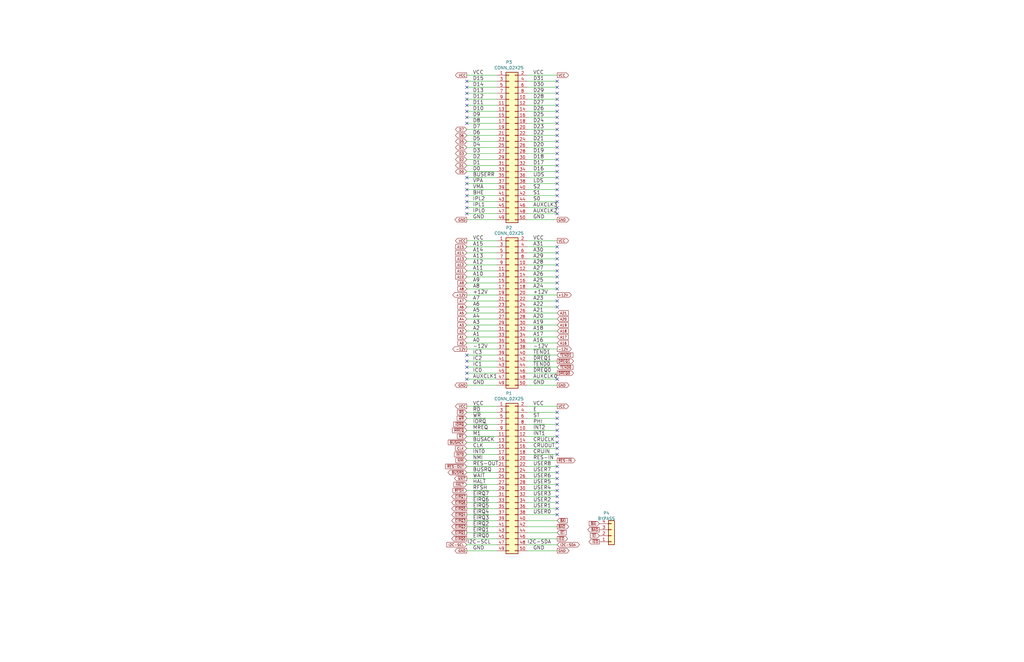
<source format=kicad_sch>
(kicad_sch (version 20211123) (generator eeschema)
  (paper "B")
  (lib_symbols
    (symbol "Connector_Generic:Conn_01x04" (pin_names (offset 1.016) hide)
      (property "Reference" "J" (at 0 5.08 0))
      (property "Value" "Conn_01x04" (at 0 -7.62 0))
      (symbol "Conn_01x04_1_1"
        (rectangle (start -1.27 -4.953) (end 0 -5.207) (stroke (width 0.1524)))
        (rectangle (start -1.27 -2.413) (end 0 -2.667) (stroke (width 0.1524)))
        (rectangle (start -1.27 0.127) (end 0 -0.127) (stroke (width 0.1524)))
        (rectangle (start -1.27 2.667) (end 0 2.413) (stroke (width 0.1524)))
        (rectangle (start -1.27 3.81) (end 1.27 -6.35) (stroke (width 0.254)) (fill (type background)))
        (pin passive line (at -5.08 2.54 0) (length 3.81) (name "Pin_1") (number "1"))
        (pin passive line (at -5.08 0 0) (length 3.81) (name "Pin_2") (number "2"))
        (pin passive line (at -5.08 -2.54 0) (length 3.81) (name "Pin_3") (number "3"))
        (pin passive line (at -5.08 -5.08 0) (length 3.81) (name "Pin_4") (number "4"))
      )
    )
    (symbol "Connector_Generic:Conn_02x25_Odd_Even" (pin_names (offset 1.016) hide)
      (property "Reference" "J" (at 1.27 33.02 0))
      (property "Value" "Conn_02x25_Odd_Even" (at 1.27 -33.02 0))
      (symbol "Conn_02x25_Odd_Even_1_1"
        (rectangle (start -1.27 -30.353) (end 0 -30.607) (stroke (width 0.1524)))
        (rectangle (start -1.27 -27.813) (end 0 -28.067) (stroke (width 0.1524)))
        (rectangle (start -1.27 -25.273) (end 0 -25.527) (stroke (width 0.1524)))
        (rectangle (start -1.27 -22.733) (end 0 -22.987) (stroke (width 0.1524)))
        (rectangle (start -1.27 -20.193) (end 0 -20.447) (stroke (width 0.1524)))
        (rectangle (start -1.27 -17.653) (end 0 -17.907) (stroke (width 0.1524)))
        (rectangle (start -1.27 -15.113) (end 0 -15.367) (stroke (width 0.1524)))
        (rectangle (start -1.27 -12.573) (end 0 -12.827) (stroke (width 0.1524)))
        (rectangle (start -1.27 -10.033) (end 0 -10.287) (stroke (width 0.1524)))
        (rectangle (start -1.27 -7.493) (end 0 -7.747) (stroke (width 0.1524)))
        (rectangle (start -1.27 -4.953) (end 0 -5.207) (stroke (width 0.1524)))
        (rectangle (start -1.27 -2.413) (end 0 -2.667) (stroke (width 0.1524)))
        (rectangle (start -1.27 0.127) (end 0 -0.127) (stroke (width 0.1524)))
        (rectangle (start -1.27 2.667) (end 0 2.413) (stroke (width 0.1524)))
        (rectangle (start -1.27 5.207) (end 0 4.953) (stroke (width 0.1524)))
        (rectangle (start -1.27 7.747) (end 0 7.493) (stroke (width 0.1524)))
        (rectangle (start -1.27 10.287) (end 0 10.033) (stroke (width 0.1524)))
        (rectangle (start -1.27 12.827) (end 0 12.573) (stroke (width 0.1524)))
        (rectangle (start -1.27 15.367) (end 0 15.113) (stroke (width 0.1524)))
        (rectangle (start -1.27 17.907) (end 0 17.653) (stroke (width 0.1524)))
        (rectangle (start -1.27 20.447) (end 0 20.193) (stroke (width 0.1524)))
        (rectangle (start -1.27 22.987) (end 0 22.733) (stroke (width 0.1524)))
        (rectangle (start -1.27 25.527) (end 0 25.273) (stroke (width 0.1524)))
        (rectangle (start -1.27 28.067) (end 0 27.813) (stroke (width 0.1524)))
        (rectangle (start -1.27 30.607) (end 0 30.353) (stroke (width 0.1524)))
        (rectangle (start -1.27 31.75) (end 3.81 -31.75) (stroke (width 0.254)) (fill (type background)))
        (rectangle (start 3.81 -30.353) (end 2.54 -30.607) (stroke (width 0.1524)))
        (rectangle (start 3.81 -27.813) (end 2.54 -28.067) (stroke (width 0.1524)))
        (rectangle (start 3.81 -25.273) (end 2.54 -25.527) (stroke (width 0.1524)))
        (rectangle (start 3.81 -22.733) (end 2.54 -22.987) (stroke (width 0.1524)))
        (rectangle (start 3.81 -20.193) (end 2.54 -20.447) (stroke (width 0.1524)))
        (rectangle (start 3.81 -17.653) (end 2.54 -17.907) (stroke (width 0.1524)))
        (rectangle (start 3.81 -15.113) (end 2.54 -15.367) (stroke (width 0.1524)))
        (rectangle (start 3.81 -12.573) (end 2.54 -12.827) (stroke (width 0.1524)))
        (rectangle (start 3.81 -10.033) (end 2.54 -10.287) (stroke (width 0.1524)))
        (rectangle (start 3.81 -7.493) (end 2.54 -7.747) (stroke (width 0.1524)))
        (rectangle (start 3.81 -4.953) (end 2.54 -5.207) (stroke (width 0.1524)))
        (rectangle (start 3.81 -2.413) (end 2.54 -2.667) (stroke (width 0.1524)))
        (rectangle (start 3.81 0.127) (end 2.54 -0.127) (stroke (width 0.1524)))
        (rectangle (start 3.81 2.667) (end 2.54 2.413) (stroke (width 0.1524)))
        (rectangle (start 3.81 5.207) (end 2.54 4.953) (stroke (width 0.1524)))
        (rectangle (start 3.81 7.747) (end 2.54 7.493) (stroke (width 0.1524)))
        (rectangle (start 3.81 10.287) (end 2.54 10.033) (stroke (width 0.1524)))
        (rectangle (start 3.81 12.827) (end 2.54 12.573) (stroke (width 0.1524)))
        (rectangle (start 3.81 15.367) (end 2.54 15.113) (stroke (width 0.1524)))
        (rectangle (start 3.81 17.907) (end 2.54 17.653) (stroke (width 0.1524)))
        (rectangle (start 3.81 20.447) (end 2.54 20.193) (stroke (width 0.1524)))
        (rectangle (start 3.81 22.987) (end 2.54 22.733) (stroke (width 0.1524)))
        (rectangle (start 3.81 25.527) (end 2.54 25.273) (stroke (width 0.1524)))
        (rectangle (start 3.81 28.067) (end 2.54 27.813) (stroke (width 0.1524)))
        (rectangle (start 3.81 30.607) (end 2.54 30.353) (stroke (width 0.1524)))
        (pin passive line (at -5.08 30.48 0) (length 3.81) (name "Pin_1") (number "1"))
        (pin passive line (at 7.62 20.32 180) (length 3.81) (name "Pin_10") (number "10"))
        (pin passive line (at -5.08 17.78 0) (length 3.81) (name "Pin_11") (number "11"))
        (pin passive line (at 7.62 17.78 180) (length 3.81) (name "Pin_12") (number "12"))
        (pin passive line (at -5.08 15.24 0) (length 3.81) (name "Pin_13") (number "13"))
        (pin passive line (at 7.62 15.24 180) (length 3.81) (name "Pin_14") (number "14"))
        (pin passive line (at -5.08 12.7 0) (length 3.81) (name "Pin_15") (number "15"))
        (pin passive line (at 7.62 12.7 180) (length 3.81) (name "Pin_16") (number "16"))
        (pin passive line (at -5.08 10.16 0) (length 3.81) (name "Pin_17") (number "17"))
        (pin passive line (at 7.62 10.16 180) (length 3.81) (name "Pin_18") (number "18"))
        (pin passive line (at -5.08 7.62 0) (length 3.81) (name "Pin_19") (number "19"))
        (pin passive line (at 7.62 30.48 180) (length 3.81) (name "Pin_2") (number "2"))
        (pin passive line (at 7.62 7.62 180) (length 3.81) (name "Pin_20") (number "20"))
        (pin passive line (at -5.08 5.08 0) (length 3.81) (name "Pin_21") (number "21"))
        (pin passive line (at 7.62 5.08 180) (length 3.81) (name "Pin_22") (number "22"))
        (pin passive line (at -5.08 2.54 0) (length 3.81) (name "Pin_23") (number "23"))
        (pin passive line (at 7.62 2.54 180) (length 3.81) (name "Pin_24") (number "24"))
        (pin passive line (at -5.08 0 0) (length 3.81) (name "Pin_25") (number "25"))
        (pin passive line (at 7.62 0 180) (length 3.81) (name "Pin_26") (number "26"))
        (pin passive line (at -5.08 -2.54 0) (length 3.81) (name "Pin_27") (number "27"))
        (pin passive line (at 7.62 -2.54 180) (length 3.81) (name "Pin_28") (number "28"))
        (pin passive line (at -5.08 -5.08 0) (length 3.81) (name "Pin_29") (number "29"))
        (pin passive line (at -5.08 27.94 0) (length 3.81) (name "Pin_3") (number "3"))
        (pin passive line (at 7.62 -5.08 180) (length 3.81) (name "Pin_30") (number "30"))
        (pin passive line (at -5.08 -7.62 0) (length 3.81) (name "Pin_31") (number "31"))
        (pin passive line (at 7.62 -7.62 180) (length 3.81) (name "Pin_32") (number "32"))
        (pin passive line (at -5.08 -10.16 0) (length 3.81) (name "Pin_33") (number "33"))
        (pin passive line (at 7.62 -10.16 180) (length 3.81) (name "Pin_34") (number "34"))
        (pin passive line (at -5.08 -12.7 0) (length 3.81) (name "Pin_35") (number "35"))
        (pin passive line (at 7.62 -12.7 180) (length 3.81) (name "Pin_36") (number "36"))
        (pin passive line (at -5.08 -15.24 0) (length 3.81) (name "Pin_37") (number "37"))
        (pin passive line (at 7.62 -15.24 180) (length 3.81) (name "Pin_38") (number "38"))
        (pin passive line (at -5.08 -17.78 0) (length 3.81) (name "Pin_39") (number "39"))
        (pin passive line (at 7.62 27.94 180) (length 3.81) (name "Pin_4") (number "4"))
        (pin passive line (at 7.62 -17.78 180) (length 3.81) (name "Pin_40") (number "40"))
        (pin passive line (at -5.08 -20.32 0) (length 3.81) (name "Pin_41") (number "41"))
        (pin passive line (at 7.62 -20.32 180) (length 3.81) (name "Pin_42") (number "42"))
        (pin passive line (at -5.08 -22.86 0) (length 3.81) (name "Pin_43") (number "43"))
        (pin passive line (at 7.62 -22.86 180) (length 3.81) (name "Pin_44") (number "44"))
        (pin passive line (at -5.08 -25.4 0) (length 3.81) (name "Pin_45") (number "45"))
        (pin passive line (at 7.62 -25.4 180) (length 3.81) (name "Pin_46") (number "46"))
        (pin passive line (at -5.08 -27.94 0) (length 3.81) (name "Pin_47") (number "47"))
        (pin passive line (at 7.62 -27.94 180) (length 3.81) (name "Pin_48") (number "48"))
        (pin passive line (at -5.08 -30.48 0) (length 3.81) (name "Pin_49") (number "49"))
        (pin passive line (at -5.08 25.4 0) (length 3.81) (name "Pin_5") (number "5"))
        (pin passive line (at 7.62 -30.48 180) (length 3.81) (name "Pin_50") (number "50"))
        (pin passive line (at 7.62 25.4 180) (length 3.81) (name "Pin_6") (number "6"))
        (pin passive line (at -5.08 22.86 0) (length 3.81) (name "Pin_7") (number "7"))
        (pin passive line (at 7.62 22.86 180) (length 3.81) (name "Pin_8") (number "8"))
        (pin passive line (at -5.08 20.32 0) (length 3.81) (name "Pin_9") (number "9"))
      )
    )
  )
  (no_connect (at 234.95 34.29))
  (no_connect (at 196.85 157.48))
  (no_connect (at 234.95 217.17))
  (no_connect (at 234.95 212.09))
  (no_connect (at 234.95 116.84))
  (no_connect (at 234.95 127))
  (no_connect (at 196.85 41.91))
  (no_connect (at 196.85 85.09))
  (no_connect (at 234.95 199.39))
  (no_connect (at 234.95 184.15))
  (no_connect (at 234.95 41.91))
  (no_connect (at 196.85 149.86))
  (no_connect (at 234.95 90.17))
  (no_connect (at 234.95 64.77))
  (no_connect (at 234.95 85.09))
  (no_connect (at 196.85 36.83))
  (no_connect (at 234.95 36.83))
  (no_connect (at 196.85 52.07))
  (no_connect (at 234.95 69.85))
  (no_connect (at 234.95 77.47))
  (no_connect (at 234.95 196.85))
  (no_connect (at 196.85 152.4))
  (no_connect (at 234.95 181.61))
  (no_connect (at 234.95 39.37))
  (no_connect (at 234.95 204.47))
  (no_connect (at 234.95 214.63))
  (no_connect (at 234.95 106.68))
  (no_connect (at 234.95 186.69))
  (no_connect (at 234.95 129.54))
  (no_connect (at 196.85 34.29))
  (no_connect (at 196.85 49.53))
  (no_connect (at 234.95 201.93))
  (no_connect (at 234.95 104.14))
  (no_connect (at 234.95 173.99))
  (no_connect (at 234.95 191.77))
  (no_connect (at 234.95 189.23))
  (no_connect (at 234.95 59.69))
  (no_connect (at 234.95 80.01))
  (no_connect (at 234.95 74.93))
  (no_connect (at 234.95 209.55))
  (no_connect (at 234.95 52.07))
  (no_connect (at 196.85 77.47))
  (no_connect (at 234.95 62.23))
  (no_connect (at 196.85 82.55))
  (no_connect (at 234.95 109.22))
  (no_connect (at 234.95 121.92))
  (no_connect (at 196.85 90.17))
  (no_connect (at 234.95 44.45))
  (no_connect (at 234.95 111.76))
  (no_connect (at 234.95 54.61))
  (no_connect (at 234.95 46.99))
  (no_connect (at 234.95 49.53))
  (no_connect (at 234.95 72.39))
  (no_connect (at 234.95 207.01))
  (no_connect (at 234.95 176.53))
  (no_connect (at 196.85 154.94))
  (no_connect (at 234.95 87.63))
  (no_connect (at 196.85 74.93))
  (no_connect (at 234.95 179.07))
  (no_connect (at 234.95 119.38))
  (no_connect (at 234.95 67.31))
  (no_connect (at 234.95 114.3))
  (no_connect (at 196.85 87.63))
  (no_connect (at 196.85 46.99))
  (no_connect (at 234.95 82.55))
  (no_connect (at 196.85 39.37))
  (no_connect (at 196.85 160.02))
  (no_connect (at 234.95 57.15))
  (no_connect (at 196.85 80.01))
  (no_connect (at 234.95 160.02))
  (no_connect (at 196.85 44.45))
  (wire (pts (xy 222.25 34.29) (xy 234.95 34.29)))
  (wire (pts (xy 222.25 132.08) (xy 234.95 132.08)))
  (wire (pts (xy 222.25 152.4) (xy 234.95 152.4)))
  (wire (pts (xy 196.85 214.63) (xy 209.55 214.63)))
  (wire (pts (xy 196.85 147.32) (xy 209.55 147.32)))
  (wire (pts (xy 196.85 39.37) (xy 209.55 39.37)))
  (wire (pts (xy 196.85 114.3) (xy 209.55 114.3)))
  (wire (pts (xy 234.95 176.53) (xy 222.25 176.53)))
  (wire (pts (xy 196.85 109.22) (xy 209.55 109.22)))
  (wire (pts (xy 222.25 44.45) (xy 234.95 44.45)))
  (wire (pts (xy 196.85 104.14) (xy 209.55 104.14)))
  (wire (pts (xy 196.85 186.69) (xy 209.55 186.69)))
  (wire (pts (xy 222.25 101.6) (xy 234.95 101.6)))
  (wire (pts (xy 196.85 64.77) (xy 209.55 64.77)))
  (wire (pts (xy 196.85 224.79) (xy 209.55 224.79)))
  (wire (pts (xy 222.25 212.09) (xy 234.95 212.09)))
  (wire (pts (xy 222.25 72.39) (xy 234.95 72.39)))
  (wire (pts (xy 196.85 121.92) (xy 209.55 121.92)))
  (wire (pts (xy 222.25 142.24) (xy 234.95 142.24)))
  (wire (pts (xy 222.25 31.75) (xy 234.95 31.75)))
  (wire (pts (xy 234.95 219.71) (xy 222.25 219.71)))
  (wire (pts (xy 196.85 191.77) (xy 209.55 191.77)))
  (wire (pts (xy 222.25 207.01) (xy 234.95 207.01)))
  (wire (pts (xy 209.55 77.47) (xy 196.85 77.47)))
  (wire (pts (xy 222.25 39.37) (xy 234.95 39.37)))
  (wire (pts (xy 222.25 82.55) (xy 234.95 82.55)))
  (wire (pts (xy 222.25 147.32) (xy 234.95 147.32)))
  (wire (pts (xy 196.85 184.15) (xy 209.55 184.15)))
  (wire (pts (xy 196.85 134.62) (xy 209.55 134.62)))
  (wire (pts (xy 196.85 139.7) (xy 209.55 139.7)))
  (wire (pts (xy 222.25 217.17) (xy 234.95 217.17)))
  (wire (pts (xy 196.85 57.15) (xy 209.55 57.15)))
  (wire (pts (xy 222.25 194.31) (xy 234.95 194.31)))
  (wire (pts (xy 222.25 137.16) (xy 234.95 137.16)))
  (wire (pts (xy 196.85 176.53) (xy 209.55 176.53)))
  (wire (pts (xy 196.85 67.31) (xy 209.55 67.31)))
  (wire (pts (xy 222.25 36.83) (xy 234.95 36.83)))
  (wire (pts (xy 196.85 36.83) (xy 209.55 36.83)))
  (wire (pts (xy 222.25 52.07) (xy 234.95 52.07)))
  (wire (pts (xy 234.95 184.15) (xy 222.25 184.15)))
  (wire (pts (xy 196.85 171.45) (xy 209.55 171.45)))
  (wire (pts (xy 196.85 199.39) (xy 209.55 199.39)))
  (wire (pts (xy 196.85 196.85) (xy 209.55 196.85)))
  (wire (pts (xy 222.25 119.38) (xy 234.95 119.38)))
  (wire (pts (xy 196.85 137.16) (xy 209.55 137.16)))
  (wire (pts (xy 196.85 54.61) (xy 209.55 54.61)))
  (wire (pts (xy 234.95 224.79) (xy 222.25 224.79)))
  (wire (pts (xy 196.85 116.84) (xy 209.55 116.84)))
  (wire (pts (xy 222.25 160.02) (xy 234.95 160.02)))
  (wire (pts (xy 209.55 152.4) (xy 196.85 152.4)))
  (wire (pts (xy 222.25 67.31) (xy 234.95 67.31)))
  (wire (pts (xy 234.95 173.99) (xy 222.25 173.99)))
  (wire (pts (xy 209.55 229.87) (xy 196.85 229.87)))
  (wire (pts (xy 222.25 109.22) (xy 234.95 109.22)))
  (wire (pts (xy 196.85 209.55) (xy 209.55 209.55)))
  (wire (pts (xy 234.95 186.69) (xy 222.25 186.69)))
  (wire (pts (xy 222.25 157.48) (xy 234.95 157.48)))
  (wire (pts (xy 222.25 41.91) (xy 234.95 41.91)))
  (wire (pts (xy 196.85 62.23) (xy 209.55 62.23)))
  (wire (pts (xy 196.85 34.29) (xy 209.55 34.29)))
  (wire (pts (xy 222.25 59.69) (xy 234.95 59.69)))
  (wire (pts (xy 222.25 129.54) (xy 234.95 129.54)))
  (wire (pts (xy 196.85 101.6) (xy 209.55 101.6)))
  (wire (pts (xy 196.85 217.17) (xy 209.55 217.17)))
  (wire (pts (xy 222.25 127) (xy 234.95 127)))
  (wire (pts (xy 196.85 160.02) (xy 209.55 160.02)))
  (wire (pts (xy 196.85 119.38) (xy 209.55 119.38)))
  (wire (pts (xy 222.25 121.92) (xy 234.95 121.92)))
  (wire (pts (xy 222.25 134.62) (xy 234.95 134.62)))
  (wire (pts (xy 222.25 85.09) (xy 234.95 85.09)))
  (wire (pts (xy 234.95 181.61) (xy 222.25 181.61)))
  (wire (pts (xy 196.85 49.53) (xy 209.55 49.53)))
  (wire (pts (xy 222.25 90.17) (xy 234.95 90.17)))
  (wire (pts (xy 196.85 204.47) (xy 209.55 204.47)))
  (wire (pts (xy 222.25 92.71) (xy 234.95 92.71)))
  (wire (pts (xy 222.25 49.53) (xy 234.95 49.53)))
  (wire (pts (xy 196.85 207.01) (xy 209.55 207.01)))
  (wire (pts (xy 196.85 201.93) (xy 209.55 201.93)))
  (wire (pts (xy 196.85 111.76) (xy 209.55 111.76)))
  (wire (pts (xy 234.95 229.87) (xy 222.25 229.87)))
  (wire (pts (xy 196.85 227.33) (xy 209.55 227.33)))
  (wire (pts (xy 222.25 74.93) (xy 234.95 74.93)))
  (wire (pts (xy 222.25 201.93) (xy 234.95 201.93)))
  (wire (pts (xy 209.55 80.01) (xy 196.85 80.01)))
  (wire (pts (xy 222.25 189.23) (xy 234.95 189.23)))
  (wire (pts (xy 222.25 46.99) (xy 234.95 46.99)))
  (wire (pts (xy 222.25 104.14) (xy 234.95 104.14)))
  (wire (pts (xy 196.85 222.25) (xy 209.55 222.25)))
  (wire (pts (xy 222.25 209.55) (xy 234.95 209.55)))
  (wire (pts (xy 209.55 74.93) (xy 196.85 74.93)))
  (wire (pts (xy 209.55 90.17) (xy 196.85 90.17)))
  (wire (pts (xy 222.25 204.47) (xy 234.95 204.47)))
  (wire (pts (xy 196.85 194.31) (xy 209.55 194.31)))
  (wire (pts (xy 196.85 144.78) (xy 209.55 144.78)))
  (wire (pts (xy 196.85 69.85) (xy 209.55 69.85)))
  (wire (pts (xy 222.25 196.85) (xy 234.95 196.85)))
  (wire (pts (xy 222.25 106.68) (xy 234.95 106.68)))
  (wire (pts (xy 222.25 214.63) (xy 234.95 214.63)))
  (wire (pts (xy 222.25 199.39) (xy 234.95 199.39)))
  (wire (pts (xy 196.85 162.56) (xy 209.55 162.56)))
  (wire (pts (xy 196.85 41.91) (xy 209.55 41.91)))
  (wire (pts (xy 196.85 232.41) (xy 209.55 232.41)))
  (wire (pts (xy 222.25 77.47) (xy 234.95 77.47)))
  (wire (pts (xy 222.25 80.01) (xy 234.95 80.01)))
  (wire (pts (xy 196.85 106.68) (xy 209.55 106.68)))
  (wire (pts (xy 209.55 82.55) (xy 196.85 82.55)))
  (wire (pts (xy 222.25 191.77) (xy 234.95 191.77)))
  (wire (pts (xy 196.85 132.08) (xy 209.55 132.08)))
  (wire (pts (xy 196.85 31.75) (xy 209.55 31.75)))
  (wire (pts (xy 222.25 54.61) (xy 234.95 54.61)))
  (wire (pts (xy 196.85 44.45) (xy 209.55 44.45)))
  (wire (pts (xy 222.25 144.78) (xy 234.95 144.78)))
  (wire (pts (xy 222.25 124.46) (xy 234.95 124.46)))
  (wire (pts (xy 222.25 232.41) (xy 234.95 232.41)))
  (wire (pts (xy 222.25 149.86) (xy 234.95 149.86)))
  (wire (pts (xy 196.85 52.07) (xy 209.55 52.07)))
  (wire (pts (xy 209.55 149.86) (xy 196.85 149.86)))
  (wire (pts (xy 196.85 92.71) (xy 209.55 92.71)))
  (wire (pts (xy 222.25 139.7) (xy 234.95 139.7)))
  (wire (pts (xy 196.85 127) (xy 209.55 127)))
  (wire (pts (xy 222.25 57.15) (xy 234.95 57.15)))
  (wire (pts (xy 234.95 87.63) (xy 222.25 87.63)))
  (wire (pts (xy 196.85 189.23) (xy 209.55 189.23)))
  (wire (pts (xy 222.25 154.94) (xy 234.95 154.94)))
  (wire (pts (xy 222.25 64.77) (xy 234.95 64.77)))
  (wire (pts (xy 234.95 179.07) (xy 222.25 179.07)))
  (wire (pts (xy 234.95 227.33) (xy 222.25 227.33)))
  (wire (pts (xy 196.85 46.99) (xy 209.55 46.99)))
  (wire (pts (xy 209.55 157.48) (xy 196.85 157.48)))
  (wire (pts (xy 209.55 154.94) (xy 196.85 154.94)))
  (wire (pts (xy 196.85 212.09) (xy 209.55 212.09)))
  (wire (pts (xy 196.85 129.54) (xy 209.55 129.54)))
  (wire (pts (xy 222.25 111.76) (xy 234.95 111.76)))
  (wire (pts (xy 222.25 62.23) (xy 234.95 62.23)))
  (wire (pts (xy 209.55 87.63) (xy 196.85 87.63)))
  (wire (pts (xy 196.85 179.07) (xy 209.55 179.07)))
  (wire (pts (xy 196.85 142.24) (xy 209.55 142.24)))
  (wire (pts (xy 196.85 173.99) (xy 209.55 173.99)))
  (wire (pts (xy 234.95 222.25) (xy 222.25 222.25)))
  (wire (pts (xy 209.55 85.09) (xy 196.85 85.09)))
  (wire (pts (xy 196.85 72.39) (xy 209.55 72.39)))
  (wire (pts (xy 222.25 114.3) (xy 234.95 114.3)))
  (wire (pts (xy 222.25 69.85) (xy 234.95 69.85)))
  (wire (pts (xy 196.85 219.71) (xy 209.55 219.71)))
  (wire (pts (xy 196.85 181.61) (xy 209.55 181.61)))
  (wire (pts (xy 222.25 162.56) (xy 234.95 162.56)))
  (wire (pts (xy 196.85 59.69) (xy 209.55 59.69)))
  (wire (pts (xy 222.25 116.84) (xy 234.95 116.84)))
  (wire (pts (xy 222.25 171.45) (xy 234.95 171.45)))
  (wire (pts (xy 196.85 124.46) (xy 209.55 124.46)))
  (label "+12V" (at 224.79 124.46 0) (effects (font (size 1.524 1.524))))
  (label "~{IORQ}" (at 199.39 179.07 0) (effects (font (size 1.524 1.524))))
  (label "-12V" (at 224.79 147.32 0) (effects (font (size 1.524 1.524))))
  (label "D27" (at 224.79 44.45 0) (effects (font (size 1.524 1.524))))
  (label "USER5" (at 224.79 204.47 0) (effects (font (size 1.524 1.524))))
  (label "~{EIRQ4}" (at 199.39 217.17 0) (effects (font (size 1.524 1.524))))
  (label "D1" (at 199.39 69.85 0) (effects (font (size 1.524 1.524))))
  (label "D5" (at 199.39 59.69 0) (effects (font (size 1.524 1.524))))
  (label "~{BHE}" (at 199.39 82.55 0) (effects (font (size 1.524 1.524))))
  (label "A30" (at 224.79 106.68 0) (effects (font (size 1.524 1.524))))
  (label "GND" (at 199.39 162.56 0) (effects (font (size 1.524 1.524))))
  (label "~{INT0}" (at 199.39 191.77 0) (effects (font (size 1.524 1.524))))
  (label "VCC" (at 224.79 101.6 0) (effects (font (size 1.524 1.524))))
  (label "I2C-SDA" (at 232.41 229.87 180) (effects (font (size 1.524 1.524))))
  (label "A6" (at 199.39 129.54 0) (effects (font (size 1.524 1.524))))
  (label "IC2" (at 199.39 152.4 0) (effects (font (size 1.524 1.524))))
  (label "A22" (at 224.79 129.54 0) (effects (font (size 1.524 1.524))))
  (label "A7" (at 199.39 127 0) (effects (font (size 1.524 1.524))))
  (label "AUXCLK3" (at 224.79 87.63 0) (effects (font (size 1.524 1.524))))
  (label "VCC" (at 199.39 101.6 0) (effects (font (size 1.524 1.524))))
  (label "D0" (at 199.39 72.39 0) (effects (font (size 1.524 1.524))))
  (label "D13" (at 199.39 39.37 0) (effects (font (size 1.524 1.524))))
  (label "AUXCLK1" (at 199.39 160.02 0) (effects (font (size 1.524 1.524))))
  (label "A19" (at 224.79 137.16 0) (effects (font (size 1.524 1.524))))
  (label "IPL1" (at 199.39 87.63 0) (effects (font (size 1.524 1.524))))
  (label "D29" (at 224.79 39.37 0) (effects (font (size 1.524 1.524))))
  (label "GND" (at 224.79 92.71 0) (effects (font (size 1.524 1.524))))
  (label "UDS" (at 224.79 74.93 0) (effects (font (size 1.524 1.524))))
  (label "A4" (at 199.39 134.62 0) (effects (font (size 1.524 1.524))))
  (label "A25" (at 224.79 119.38 0) (effects (font (size 1.524 1.524))))
  (label "A1" (at 199.39 142.24 0) (effects (font (size 1.524 1.524))))
  (label "GND" (at 199.39 92.71 0) (effects (font (size 1.524 1.524))))
  (label "A5" (at 199.39 132.08 0) (effects (font (size 1.524 1.524))))
  (label "~{EIRQ0}" (at 199.39 227.33 0) (effects (font (size 1.524 1.524))))
  (label "IC0" (at 199.39 157.48 0) (effects (font (size 1.524 1.524))))
  (label "D25" (at 224.79 49.53 0) (effects (font (size 1.524 1.524))))
  (label "D31" (at 224.79 34.29 0) (effects (font (size 1.524 1.524))))
  (label "USER6" (at 224.79 201.93 0) (effects (font (size 1.524 1.524))))
  (label "~{TEND0}" (at 224.79 154.94 0) (effects (font (size 1.524 1.524))))
  (label "D20" (at 224.79 62.23 0) (effects (font (size 1.524 1.524))))
  (label "D21" (at 224.79 59.69 0) (effects (font (size 1.524 1.524))))
  (label "CRUCLK" (at 224.79 186.69 0) (effects (font (size 1.524 1.524))))
  (label "VCC" (at 199.39 31.75 0) (effects (font (size 1.524 1.524))))
  (label "D4" (at 199.39 62.23 0) (effects (font (size 1.524 1.524))))
  (label "A10" (at 199.39 116.84 0) (effects (font (size 1.524 1.524))))
  (label "D19" (at 224.79 64.77 0) (effects (font (size 1.524 1.524))))
  (label "D14" (at 199.39 36.83 0) (effects (font (size 1.524 1.524))))
  (label "D7" (at 199.39 54.61 0) (effects (font (size 1.524 1.524))))
  (label "A21" (at 224.79 132.08 0) (effects (font (size 1.524 1.524))))
  (label "A0" (at 199.39 144.78 0) (effects (font (size 1.524 1.524))))
  (label "D9" (at 199.39 49.53 0) (effects (font (size 1.524 1.524))))
  (label "IC3" (at 199.39 149.86 0) (effects (font (size 1.524 1.524))))
  (label "USER3" (at 224.79 209.55 0) (effects (font (size 1.524 1.524))))
  (label "ST" (at 224.79 176.53 0) (effects (font (size 1.524 1.524))))
  (label "~{NMI}" (at 199.39 194.31 0) (effects (font (size 1.524 1.524))))
  (label "USER0" (at 224.79 217.17 0) (effects (font (size 1.524 1.524))))
  (label "~{TEND1}" (at 224.79 149.86 0) (effects (font (size 1.524 1.524))))
  (label "VCC" (at 224.79 31.75 0) (effects (font (size 1.524 1.524))))
  (label "~{EIRQ5}" (at 199.39 214.63 0) (effects (font (size 1.524 1.524))))
  (label "~{EIRQ1}" (at 199.39 224.79 0) (effects (font (size 1.524 1.524))))
  (label "D10" (at 199.39 46.99 0) (effects (font (size 1.524 1.524))))
  (label "~{HALT}" (at 199.39 204.47 0) (effects (font (size 1.524 1.524))))
  (label "~{EIRQ6}" (at 199.39 212.09 0) (effects (font (size 1.524 1.524))))
  (label "D8" (at 199.39 52.07 0) (effects (font (size 1.524 1.524))))
  (label "CRUIN" (at 224.79 191.77 0) (effects (font (size 1.524 1.524))))
  (label "D26" (at 224.79 46.99 0) (effects (font (size 1.524 1.524))))
  (label "PHI" (at 224.79 179.07 0) (effects (font (size 1.524 1.524))))
  (label "IPL2" (at 199.39 85.09 0) (effects (font (size 1.524 1.524))))
  (label "~{DREQ1}" (at 224.79 152.4 0) (effects (font (size 1.524 1.524))))
  (label "A15" (at 199.39 104.14 0) (effects (font (size 1.524 1.524))))
  (label "A16" (at 224.79 144.78 0) (effects (font (size 1.524 1.524))))
  (label "S2" (at 224.79 80.01 0) (effects (font (size 1.524 1.524))))
  (label "~{RD}" (at 199.39 173.99 0) (effects (font (size 1.524 1.524))))
  (label "E" (at 224.79 173.99 0) (effects (font (size 1.524 1.524))))
  (label "D28" (at 224.79 41.91 0) (effects (font (size 1.524 1.524))))
  (label "A12" (at 199.39 111.76 0) (effects (font (size 1.524 1.524))))
  (label "GND" (at 224.79 232.41 0) (effects (font (size 1.524 1.524))))
  (label "GND" (at 199.39 232.41 0) (effects (font (size 1.524 1.524))))
  (label "~{EIRQ3}" (at 199.39 219.71 0) (effects (font (size 1.524 1.524))))
  (label "A2" (at 199.39 139.7 0) (effects (font (size 1.524 1.524))))
  (label "D15" (at 199.39 34.29 0) (effects (font (size 1.524 1.524))))
  (label "A29" (at 224.79 109.22 0) (effects (font (size 1.524 1.524))))
  (label "S0" (at 224.79 85.09 0) (effects (font (size 1.524 1.524))))
  (label "USER8" (at 224.79 196.85 0) (effects (font (size 1.524 1.524))))
  (label "USER2" (at 224.79 212.09 0) (effects (font (size 1.524 1.524))))
  (label "~{WAIT}" (at 199.39 201.93 0) (effects (font (size 1.524 1.524))))
  (label "D17" (at 224.79 69.85 0) (effects (font (size 1.524 1.524))))
  (label "D3" (at 199.39 64.77 0) (effects (font (size 1.524 1.524))))
  (label "A26" (at 224.79 116.84 0) (effects (font (size 1.524 1.524))))
  (label "D11" (at 199.39 44.45 0) (effects (font (size 1.524 1.524))))
  (label "IC1" (at 199.39 154.94 0) (effects (font (size 1.524 1.524))))
  (label "D23" (at 224.79 54.61 0) (effects (font (size 1.524 1.524))))
  (label "~{INT1}" (at 224.79 184.15 0) (effects (font (size 1.524 1.524))))
  (label "~{BUSACK}" (at 199.39 186.69 0) (effects (font (size 1.524 1.524))))
  (label "~{MREQ}" (at 199.39 181.61 0) (effects (font (size 1.524 1.524))))
  (label "~{RES-IN}" (at 224.79 194.31 0) (effects (font (size 1.524 1.524))))
  (label "A27" (at 224.79 114.3 0) (effects (font (size 1.524 1.524))))
  (label "LDS" (at 224.79 77.47 0) (effects (font (size 1.524 1.524))))
  (label "A8" (at 199.39 121.92 0) (effects (font (size 1.524 1.524))))
  (label "I2C-SCL" (at 207.01 229.87 180) (effects (font (size 1.524 1.524))))
  (label "-12V" (at 199.39 147.32 0) (effects (font (size 1.524 1.524))))
  (label "+12V" (at 199.39 124.46 0) (effects (font (size 1.524 1.524))))
  (label "USER4" (at 224.79 207.01 0) (effects (font (size 1.524 1.524))))
  (label "A23" (at 224.79 127 0) (effects (font (size 1.524 1.524))))
  (label "AUXCLK0" (at 224.79 160.02 0) (effects (font (size 1.524 1.524))))
  (label "D30" (at 224.79 36.83 0) (effects (font (size 1.524 1.524))))
  (label "D18" (at 224.79 67.31 0) (effects (font (size 1.524 1.524))))
  (label "D22" (at 224.79 57.15 0) (effects (font (size 1.524 1.524))))
  (label "A17" (at 224.79 142.24 0) (effects (font (size 1.524 1.524))))
  (label "~{INT2}" (at 224.79 181.61 0) (effects (font (size 1.524 1.524))))
  (label "D24" (at 224.79 52.07 0) (effects (font (size 1.524 1.524))))
  (label "~{VMA}" (at 199.39 80.01 0) (effects (font (size 1.524 1.524))))
  (label "~{BUSRQ}" (at 199.39 199.39 0) (effects (font (size 1.524 1.524))))
  (label "~{BUSERR}" (at 199.39 74.93 0) (effects (font (size 1.524 1.524))))
  (label "A11" (at 199.39 114.3 0) (effects (font (size 1.524 1.524))))
  (label "CRUOUT" (at 224.79 189.23 0) (effects (font (size 1.524 1.524))))
  (label "A14" (at 199.39 106.68 0) (effects (font (size 1.524 1.524))))
  (label "~{M1}" (at 199.39 184.15 0) (effects (font (size 1.524 1.524))))
  (label "D2" (at 199.39 67.31 0) (effects (font (size 1.524 1.524))))
  (label "AUXCLK2" (at 224.79 90.17 0) (effects (font (size 1.524 1.524))))
  (label "A13" (at 199.39 109.22 0) (effects (font (size 1.524 1.524))))
  (label "IPL0" (at 199.39 90.17 0) (effects (font (size 1.524 1.524))))
  (label "~{EIRQ7}" (at 199.39 209.55 0) (effects (font (size 1.524 1.524))))
  (label "A31" (at 224.79 104.14 0) (effects (font (size 1.524 1.524))))
  (label "USER7" (at 224.79 199.39 0) (effects (font (size 1.524 1.524))))
  (label "~{WR}" (at 199.39 176.53 0) (effects (font (size 1.524 1.524))))
  (label "~{RFSH}" (at 199.39 207.01 0) (effects (font (size 1.524 1.524))))
  (label "~{RES-OUT}" (at 199.39 196.85 0) (effects (font (size 1.524 1.524))))
  (label "A18" (at 224.79 139.7 0) (effects (font (size 1.524 1.524))))
  (label "~{DREQ0}" (at 224.79 157.48 0) (effects (font (size 1.524 1.524))))
  (label "S1" (at 224.79 82.55 0) (effects (font (size 1.524 1.524))))
  (label "A3" (at 199.39 137.16 0) (effects (font (size 1.524 1.524))))
  (label "~{VPA}" (at 199.39 77.47 0) (effects (font (size 1.524 1.524))))
  (label "VCC" (at 199.39 171.45 0) (effects (font (size 1.524 1.524))))
  (label "GND" (at 224.79 162.56 0) (effects (font (size 1.524 1.524))))
  (label "~{EIRQ2}" (at 199.39 222.25 0) (effects (font (size 1.524 1.524))))
  (label "A28" (at 224.79 111.76 0) (effects (font (size 1.524 1.524))))
  (label "A20" (at 224.79 134.62 0) (effects (font (size 1.524 1.524))))
  (label "D12" (at 199.39 41.91 0) (effects (font (size 1.524 1.524))))
  (label "A9" (at 199.39 119.38 0) (effects (font (size 1.524 1.524))))
  (label "A24" (at 224.79 121.92 0) (effects (font (size 1.524 1.524))))
  (label "CLK" (at 199.39 189.23 0) (effects (font (size 1.524 1.524))))
  (label "VCC" (at 224.79 171.45 0) (effects (font (size 1.524 1.524))))
  (label "D16" (at 224.79 72.39 0) (effects (font (size 1.524 1.524))))
  (label "D6" (at 199.39 57.15 0) (effects (font (size 1.524 1.524))))
  (label "USER1" (at 224.79 214.63 0) (effects (font (size 1.524 1.524))))
  (global_label "I2C-SDA" (shape bidirectional) (at 234.95 229.87 0) (effects (font (size 1.016 1.016))) (property "Intersheet References" "${INTERSHEET_REFS}" (effects hide)))
  (global_label "~{TEND1}" (shape input) (at 234.95 149.86 0) (effects (font (size 1.016 1.016))) (property "Intersheet References" "${INTERSHEET_REFS}" (effects hide)))
  (global_label "A7" (shape input) (at 196.85 127 180) (effects (font (size 1.016 1.016))) (property "Intersheet References" "${INTERSHEET_REFS}" (effects hide)))
  (global_label "~{BUSACK}" (shape input) (at 196.85 186.69 180) (effects (font (size 1.016 1.016))) (property "Intersheet References" "${INTERSHEET_REFS}" (effects hide)))
  (global_label "A4" (shape input) (at 196.85 134.62 180) (effects (font (size 1.016 1.016))) (property "Intersheet References" "${INTERSHEET_REFS}" (effects hide)))
  (global_label "~{EIRQ5}" (shape output) (at 196.85 214.63 180) (effects (font (size 1.016 1.016))) (property "Intersheet References" "${INTERSHEET_REFS}" (effects hide)))
  (global_label "~{NMI}" (shape input) (at 196.85 194.31 180) (effects (font (size 1.016 1.016))) (property "Intersheet References" "${INTERSHEET_REFS}" (effects hide)))
  (global_label "~{IEO}" (shape output) (at 252.73 228.6 180) (effects (font (size 1.016 1.016))) (property "Intersheet References" "${INTERSHEET_REFS}" (effects hide)))
  (global_label "A1" (shape input) (at 196.85 142.24 180) (effects (font (size 1.016 1.016))) (property "Intersheet References" "${INTERSHEET_REFS}" (effects hide)))
  (global_label "D2" (shape bidirectional) (at 196.85 67.31 180) (effects (font (size 1.016 1.016))) (property "Intersheet References" "${INTERSHEET_REFS}" (effects hide)))
  (global_label "~{RD}" (shape input) (at 196.85 173.99 180) (effects (font (size 1.016 1.016))) (property "Intersheet References" "${INTERSHEET_REFS}" (effects hide)))
  (global_label "~{EIRQ1}" (shape output) (at 196.85 224.79 180) (effects (font (size 1.016 1.016))) (property "Intersheet References" "${INTERSHEET_REFS}" (effects hide)))
  (global_label "~{M1}" (shape input) (at 196.85 184.15 180) (effects (font (size 1.016 1.016))) (property "Intersheet References" "${INTERSHEET_REFS}" (effects hide)))
  (global_label "~{INT0}" (shape input) (at 196.85 191.77 180) (effects (font (size 1.016 1.016))) (property "Intersheet References" "${INTERSHEET_REFS}" (effects hide)))
  (global_label "I2C-SCL" (shape input) (at 196.85 229.87 180) (effects (font (size 1.016 1.016))) (property "Intersheet References" "${INTERSHEET_REFS}" (effects hide)))
  (global_label "~{IEO}" (shape output) (at 234.95 227.33 0) (effects (font (size 1.016 1.016))) (property "Intersheet References" "${INTERSHEET_REFS}" (effects hide)))
  (global_label "A5" (shape input) (at 196.85 132.08 180) (effects (font (size 1.016 1.016))) (property "Intersheet References" "${INTERSHEET_REFS}" (effects hide)))
  (global_label "-12V" (shape output) (at 196.85 147.32 180) (effects (font (size 1.016 1.016))) (property "Intersheet References" "${INTERSHEET_REFS}" (effects hide)))
  (global_label "A14" (shape input) (at 196.85 106.68 180) (effects (font (size 1.016 1.016))) (property "Intersheet References" "${INTERSHEET_REFS}" (effects hide)))
  (global_label "~{HALT}" (shape input) (at 196.85 204.47 180) (effects (font (size 1.016 1.016))) (property "Intersheet References" "${INTERSHEET_REFS}" (effects hide)))
  (global_label "CLK" (shape input) (at 196.85 189.23 180) (effects (font (size 1.016 1.016))) (property "Intersheet References" "${INTERSHEET_REFS}" (effects hide)))
  (global_label "GND" (shape output) (at 234.95 92.71 0) (effects (font (size 1.016 1.016))) (property "Intersheet References" "${INTERSHEET_REFS}" (effects hide)))
  (global_label "VCC" (shape output) (at 196.85 171.45 180) (effects (font (size 1.016 1.016))) (property "Intersheet References" "${INTERSHEET_REFS}" (effects hide)))
  (global_label "~{RES-IN}" (shape output) (at 234.95 194.31 0) (effects (font (size 1.016 1.016))) (property "Intersheet References" "${INTERSHEET_REFS}" (effects hide)))
  (global_label "A0" (shape input) (at 196.85 144.78 180) (effects (font (size 1.016 1.016))) (property "Intersheet References" "${INTERSHEET_REFS}" (effects hide)))
  (global_label "~{IORQ}" (shape input) (at 196.85 179.07 180) (effects (font (size 1.016 1.016))) (property "Intersheet References" "${INTERSHEET_REFS}" (effects hide)))
  (global_label "~{EIRQ3}" (shape output) (at 196.85 219.71 180) (effects (font (size 1.016 1.016))) (property "Intersheet References" "${INTERSHEET_REFS}" (effects hide)))
  (global_label "D5" (shape bidirectional) (at 196.85 59.69 180) (effects (font (size 1.016 1.016))) (property "Intersheet References" "${INTERSHEET_REFS}" (effects hide)))
  (global_label "-12V" (shape output) (at 234.95 147.32 0) (effects (font (size 1.016 1.016))) (property "Intersheet References" "${INTERSHEET_REFS}" (effects hide)))
  (global_label "+12V" (shape output) (at 234.95 124.46 0) (effects (font (size 1.016 1.016))) (property "Intersheet References" "${INTERSHEET_REFS}" (effects hide)))
  (global_label "A18" (shape input) (at 234.95 139.7 0) (effects (font (size 1.016 1.016))) (property "Intersheet References" "${INTERSHEET_REFS}" (effects hide)))
  (global_label "~{IEI}" (shape input) (at 252.73 226.06 180) (effects (font (size 1.016 1.016))) (property "Intersheet References" "${INTERSHEET_REFS}" (effects hide)))
  (global_label "A13" (shape input) (at 196.85 109.22 180) (effects (font (size 1.016 1.016))) (property "Intersheet References" "${INTERSHEET_REFS}" (effects hide)))
  (global_label "~{DREQ1}" (shape output) (at 234.95 152.4 0) (effects (font (size 1.016 1.016))) (property "Intersheet References" "${INTERSHEET_REFS}" (effects hide)))
  (global_label "GND" (shape output) (at 196.85 92.71 180) (effects (font (size 1.016 1.016))) (property "Intersheet References" "${INTERSHEET_REFS}" (effects hide)))
  (global_label "D3" (shape bidirectional) (at 196.85 64.77 180) (effects (font (size 1.016 1.016))) (property "Intersheet References" "${INTERSHEET_REFS}" (effects hide)))
  (global_label "~{EIRQ4}" (shape output) (at 196.85 217.17 180) (effects (font (size 1.016 1.016))) (property "Intersheet References" "${INTERSHEET_REFS}" (effects hide)))
  (global_label "A15" (shape input) (at 196.85 104.14 180) (effects (font (size 1.016 1.016))) (property "Intersheet References" "${INTERSHEET_REFS}" (effects hide)))
  (global_label "A6" (shape input) (at 196.85 129.54 180) (effects (font (size 1.016 1.016))) (property "Intersheet References" "${INTERSHEET_REFS}" (effects hide)))
  (global_label "~{RFSH}" (shape input) (at 196.85 207.01 180) (effects (font (size 1.016 1.016))) (property "Intersheet References" "${INTERSHEET_REFS}" (effects hide)))
  (global_label "+12V" (shape output) (at 196.85 124.46 180) (effects (font (size 1.016 1.016))) (property "Intersheet References" "${INTERSHEET_REFS}" (effects hide)))
  (global_label "~{EIRQ7}" (shape output) (at 196.85 209.55 180) (effects (font (size 1.016 1.016))) (property "Intersheet References" "${INTERSHEET_REFS}" (effects hide)))
  (global_label "VCC" (shape output) (at 234.95 101.6 0) (effects (font (size 1.016 1.016))) (property "Intersheet References" "${INTERSHEET_REFS}" (effects hide)))
  (global_label "VCC" (shape output) (at 196.85 31.75 180) (effects (font (size 1.016 1.016))) (property "Intersheet References" "${INTERSHEET_REFS}" (effects hide)))
  (global_label "A9" (shape input) (at 196.85 119.38 180) (effects (font (size 1.016 1.016))) (property "Intersheet References" "${INTERSHEET_REFS}" (effects hide)))
  (global_label "~{BUSRQ}" (shape bidirectional) (at 196.85 199.39 180) (effects (font (size 1.016 1.016))) (property "Intersheet References" "${INTERSHEET_REFS}" (effects hide)))
  (global_label "~{TEND0}" (shape input) (at 234.95 154.94 0) (effects (font (size 1.016 1.016))) (property "Intersheet References" "${INTERSHEET_REFS}" (effects hide)))
  (global_label "~{WR}" (shape input) (at 196.85 176.53 180) (effects (font (size 1.016 1.016))) (property "Intersheet References" "${INTERSHEET_REFS}" (effects hide)))
  (global_label "~{BAI}" (shape input) (at 252.73 220.98 180) (effects (font (size 1.016 1.016))) (property "Intersheet References" "${INTERSHEET_REFS}" (effects hide)))
  (global_label "~{EIRQ0}" (shape output) (at 196.85 227.33 180) (effects (font (size 1.016 1.016))) (property "Intersheet References" "${INTERSHEET_REFS}" (effects hide)))
  (global_label "GND" (shape output) (at 234.95 162.56 0) (effects (font (size 1.016 1.016))) (property "Intersheet References" "${INTERSHEET_REFS}" (effects hide)))
  (global_label "A8" (shape input) (at 196.85 121.92 180) (effects (font (size 1.016 1.016))) (property "Intersheet References" "${INTERSHEET_REFS}" (effects hide)))
  (global_label "A16" (shape input) (at 234.95 144.78 0) (effects (font (size 1.016 1.016))) (property "Intersheet References" "${INTERSHEET_REFS}" (effects hide)))
  (global_label "D0" (shape bidirectional) (at 196.85 72.39 180) (effects (font (size 1.016 1.016))) (property "Intersheet References" "${INTERSHEET_REFS}" (effects hide)))
  (global_label "GND" (shape output) (at 196.85 162.56 180) (effects (font (size 1.016 1.016))) (property "Intersheet References" "${INTERSHEET_REFS}" (effects hide)))
  (global_label "D4" (shape bidirectional) (at 196.85 62.23 180) (effects (font (size 1.016 1.016))) (property "Intersheet References" "${INTERSHEET_REFS}" (effects hide)))
  (global_label "D1" (shape bidirectional) (at 196.85 69.85 180) (effects (font (size 1.016 1.016))) (property "Intersheet References" "${INTERSHEET_REFS}" (effects hide)))
  (global_label "A3" (shape input) (at 196.85 137.16 180) (effects (font (size 1.016 1.016))) (property "Intersheet References" "${INTERSHEET_REFS}" (effects hide)))
  (global_label "D6" (shape bidirectional) (at 196.85 57.15 180) (effects (font (size 1.016 1.016))) (property "Intersheet References" "${INTERSHEET_REFS}" (effects hide)))
  (global_label "A12" (shape input) (at 196.85 111.76 180) (effects (font (size 1.016 1.016))) (property "Intersheet References" "${INTERSHEET_REFS}" (effects hide)))
  (global_label "D7" (shape bidirectional) (at 196.85 54.61 180) (effects (font (size 1.016 1.016))) (property "Intersheet References" "${INTERSHEET_REFS}" (effects hide)))
  (global_label "A21" (shape input) (at 234.95 132.08 0) (effects (font (size 1.016 1.016))) (property "Intersheet References" "${INTERSHEET_REFS}" (effects hide)))
  (global_label "~{BAI}" (shape input) (at 234.95 219.71 0) (effects (font (size 1.016 1.016))) (property "Intersheet References" "${INTERSHEET_REFS}" (effects hide)))
  (global_label "A11" (shape input) (at 196.85 114.3 180) (effects (font (size 1.016 1.016))) (property "Intersheet References" "${INTERSHEET_REFS}" (effects hide)))
  (global_label "GND" (shape output) (at 196.85 232.41 180) (effects (font (size 1.016 1.016))) (property "Intersheet References" "${INTERSHEET_REFS}" (effects hide)))
  (global_label "A19" (shape input) (at 234.95 137.16 0) (effects (font (size 1.016 1.016))) (property "Intersheet References" "${INTERSHEET_REFS}" (effects hide)))
  (global_label "~{EIRQ6}" (shape output) (at 196.85 212.09 180) (effects (font (size 1.016 1.016))) (property "Intersheet References" "${INTERSHEET_REFS}" (effects hide)))
  (global_label "A17" (shape input) (at 234.95 142.24 0) (effects (font (size 1.016 1.016))) (property "Intersheet References" "${INTERSHEET_REFS}" (effects hide)))
  (global_label "A2" (shape input) (at 196.85 139.7 180) (effects (font (size 1.016 1.016))) (property "Intersheet References" "${INTERSHEET_REFS}" (effects hide)))
  (global_label "VCC" (shape output) (at 234.95 171.45 0) (effects (font (size 1.016 1.016))) (property "Intersheet References" "${INTERSHEET_REFS}" (effects hide)))
  (global_label "~{BAO}" (shape output) (at 234.95 222.25 0) (effects (font (size 1.016 1.016))) (property "Intersheet References" "${INTERSHEET_REFS}" (effects hide)))
  (global_label "~{WAIT}" (shape output) (at 196.85 201.93 180) (effects (font (size 1.016 1.016))) (property "Intersheet References" "${INTERSHEET_REFS}" (effects hide)))
  (global_label "GND" (shape output) (at 234.95 232.41 0) (effects (font (size 1.016 1.016))) (property "Intersheet References" "${INTERSHEET_REFS}" (effects hide)))
  (global_label "~{IEI}" (shape input) (at 234.95 224.79 0) (effects (font (size 1.016 1.016))) (property "Intersheet References" "${INTERSHEET_REFS}" (effects hide)))
  (global_label "~{RES-OUT}" (shape input) (at 196.85 196.85 180) (effects (font (size 1.016 1.016))) (property "Intersheet References" "${INTERSHEET_REFS}" (effects hide)))
  (global_label "~{BAO}" (shape output) (at 252.73 223.52 180) (effects (font (size 1.016 1.016))) (property "Intersheet References" "${INTERSHEET_REFS}" (effects hide)))
  (global_label "~{DREQ0}" (shape output) (at 234.95 157.48 0) (effects (font (size 1.016 1.016))) (property "Intersheet References" "${INTERSHEET_REFS}" (effects hide)))
  (global_label "~{EIRQ2}" (shape output) (at 196.85 222.25 180) (effects (font (size 1.016 1.016))) (property "Intersheet References" "${INTERSHEET_REFS}" (effects hide)))
  (global_label "VCC" (shape output) (at 196.85 101.6 180) (effects (font (size 1.016 1.016))) (property "Intersheet References" "${INTERSHEET_REFS}" (effects hide)))
  (global_label "A10" (shape input) (at 196.85 116.84 180) (effects (font (size 1.016 1.016))) (property "Intersheet References" "${INTERSHEET_REFS}" (effects hide)))
  (global_label "~{MREQ}" (shape input) (at 196.85 181.61 180) (effects (font (size 1.016 1.016))) (property "Intersheet References" "${INTERSHEET_REFS}" (effects hide)))
  (global_label "VCC" (shape output) (at 234.95 31.75 0) (effects (font (size 1.016 1.016))) (property "Intersheet References" "${INTERSHEET_REFS}" (effects hide)))
  (global_label "A20" (shape input) (at 234.95 134.62 0) (effects (font (size 1.016 1.016))) (property "Intersheet References" "${INTERSHEET_REFS}" (effects hide)))
  (symbol (lib_id "Connector_Generic:Conn_02x25_Odd_Even") (at 214.63 62.23 0) (unit 1)
    (property "Reference" "P3" (at 214.63 26.289 0))
    (property "Value" "CONN_02X25" (at 214.63 28.6004 0))
    (property "Footprint" "Connector_IDC:IDC-Header_2x25_P2.54mm_Horizontal" (effects hide))
  )
  (symbol (lib_id "Connector_Generic:Conn_01x04") (at 257.81 226.06 0) (mirror x) (unit 1)
    (property "Reference" "P4" (at 255.7018 216.535 0))
    (property "Value" "BYPASS" (at 255.7018 218.8464 0))
    (property "Footprint" "Connector_PinHeader_2.54mm:PinHeader_1x04_P2.54mm_Vertical" (effects hide))
  )
  (symbol (lib_id "Connector_Generic:Conn_02x25_Odd_Even") (at 214.63 201.93 0) (unit 1)
    (property "Reference" "P1" (at 214.63 165.989 0))
    (property "Value" "CONN_02X25" (at 214.63 168.3004 0))
    (property "Footprint" "Connector_IDC:IDC-Header_2x25_P2.54mm_Horizontal" (effects hide))
  )
  (symbol (lib_id "Connector_Generic:Conn_02x25_Odd_Even") (at 214.63 132.08 0) (unit 1)
    (property "Reference" "P2" (at 214.63 96.139 0))
    (property "Value" "CONN_02X25" (at 214.63 98.4504 0))
    (property "Footprint" "Connector_IDC:IDC-Header_2x25_P2.54mm_Horizontal" (effects hide))
  )
)
</source>
